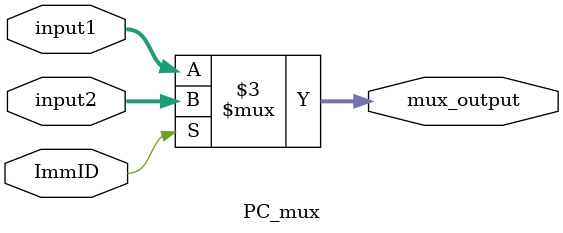
<source format=v>
`timescale 1ns / 1ps


module PC_mux(input1, input2, ImmID, mux_output);
    input[31:0] input1, input2;
    input ImmID;
    output reg [31:0] mux_output;
    
    always@(input1, input2, ImmID) begin    
        mux_output = input1;
        if(ImmID) begin
             mux_output = input2; 
        end
    end
endmodule


</source>
